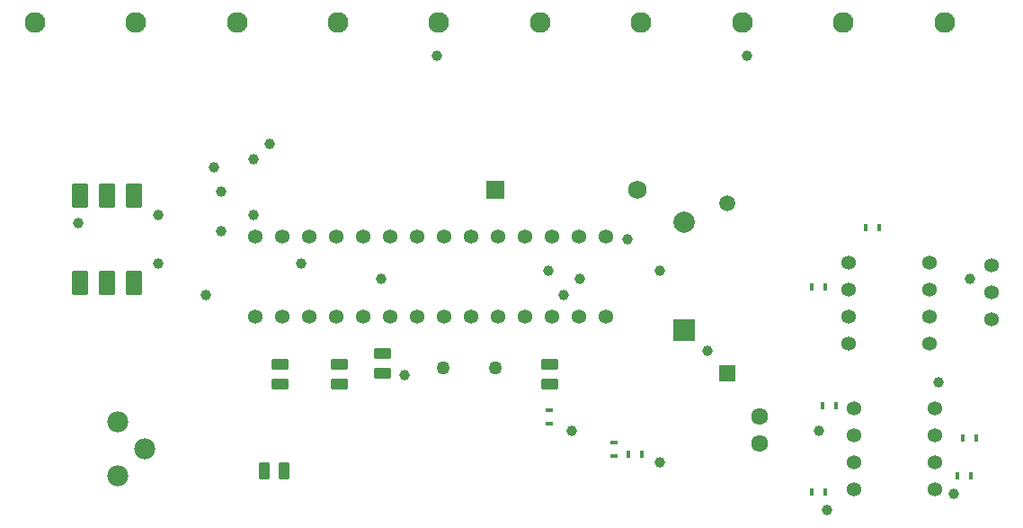
<source format=gts>
G04 Generated by Ultiboard 13.0 *
%FSLAX25Y25*%
%MOIN*%

%ADD10C,0.00001*%
%ADD11C,0.05337*%
%ADD12R,0.04668X0.02251*%
%ADD13C,0.01666*%
%ADD14C,0.05000*%
%ADD15R,0.07874X0.07874*%
%ADD16C,0.07874*%
%ADD17R,0.06900X0.06900*%
%ADD18C,0.06900*%
%ADD19C,0.05906*%
%ADD20R,0.05906X0.05906*%
%ADD21C,0.06334*%
%ADD22C,0.07834*%
%ADD23R,0.04251X0.07334*%
%ADD24R,0.01181X0.03150*%
%ADD25R,0.03150X0.01181*%
%ADD26R,0.02251X0.04668*%
%ADD27C,0.03937*%
%ADD28C,0.07699*%


G04 ColorRGB FF00CC for the following layer *
%LNSolder Mask Top*%
%LPD*%
G54D10*
G54D11*
X163000Y169039D03*
X173000Y169039D03*
X183000Y169039D03*
X193000Y169039D03*
X203000Y169039D03*
X213000Y169039D03*
X223000Y169039D03*
X233000Y169039D03*
X243000Y169039D03*
X253000Y169039D03*
X263000Y169039D03*
X273000Y169039D03*
X283000Y169039D03*
X293000Y169039D03*
X163000Y198961D03*
X173000Y198961D03*
X183000Y198961D03*
X193000Y198961D03*
X203000Y198961D03*
X213000Y198961D03*
X223000Y198961D03*
X233000Y198961D03*
X243000Y198961D03*
X253000Y198961D03*
X263000Y198961D03*
X273000Y198961D03*
X283000Y198961D03*
X293000Y198961D03*
X385039Y135000D03*
X414961Y125000D03*
X385039Y125000D03*
X385039Y115000D03*
X385039Y105000D03*
X414961Y135000D03*
X414961Y115000D03*
X414961Y105000D03*
X383039Y189000D03*
X412961Y169000D03*
X383039Y179000D03*
X383039Y169000D03*
X383039Y159000D03*
X412961Y189000D03*
X412961Y179000D03*
X412961Y159000D03*
X436000Y188000D03*
X436000Y178000D03*
X436000Y168000D03*
G54D12*
X272000Y151667D03*
X272000Y144333D03*
X194000Y151667D03*
X194000Y144333D03*
X172000Y151667D03*
X172000Y144333D03*
X210000Y148333D03*
X210000Y155667D03*
G54D13*
X269666Y150542D02*
X274334Y150542D01*
X274334Y152792D01*
X269666Y152792D01*
X269666Y150542D01*D02*
X269666Y143208D02*
X274334Y143208D01*
X274334Y145458D01*
X269666Y145458D01*
X269666Y143208D01*D02*
X191666Y150542D02*
X196334Y150542D01*
X196334Y152792D01*
X191666Y152792D01*
X191666Y150542D01*D02*
X191666Y143208D02*
X196334Y143208D01*
X196334Y145458D01*
X191666Y145458D01*
X191666Y143208D01*D02*
X169666Y150542D02*
X174334Y150542D01*
X174334Y152792D01*
X169666Y152792D01*
X169666Y150542D01*D02*
X169666Y143208D02*
X174334Y143208D01*
X174334Y145458D01*
X169666Y145458D01*
X169666Y143208D01*D02*
X207666Y147208D02*
X212334Y147208D01*
X212334Y149458D01*
X207666Y149458D01*
X207666Y147208D01*D02*
X207666Y154542D02*
X212334Y154542D01*
X212334Y156792D01*
X207666Y156792D01*
X207666Y154542D01*D02*
X95875Y178083D02*
X100125Y178083D01*
X100125Y185417D01*
X95875Y185417D01*
X95875Y178083D01*D02*
X95875Y210583D02*
X100125Y210583D01*
X100125Y217917D01*
X95875Y217917D01*
X95875Y210583D01*D02*
X105875Y210583D02*
X110125Y210583D01*
X110125Y217917D01*
X105875Y217917D01*
X105875Y210583D01*D02*
X115875Y210583D02*
X120125Y210583D01*
X120125Y217917D01*
X115875Y217917D01*
X115875Y210583D01*D02*
X115875Y178083D02*
X120125Y178083D01*
X120125Y185417D01*
X115875Y185417D01*
X115875Y178083D01*D02*
X105875Y178083D02*
X110125Y178083D01*
X110125Y185417D01*
X105875Y185417D01*
X105875Y178083D01*D02*
X172542Y109666D02*
X174792Y109666D01*
X174792Y114334D01*
X172542Y114334D01*
X172542Y109666D01*D02*
X165208Y109666D02*
X167458Y109666D01*
X167458Y114334D01*
X165208Y114334D01*
X165208Y109666D01*D02*
G54D14*
X252000Y150000D03*
X232833Y150000D03*
G54D15*
X322000Y164000D03*
G54D16*
X322000Y204000D03*
G54D17*
X252000Y216000D03*
G54D18*
X304756Y216000D03*
G54D19*
X338000Y210992D03*
G54D20*
X338000Y148000D03*
G54D21*
X350000Y122000D03*
X350000Y132000D03*
G54D22*
X122000Y120000D03*
X112000Y110000D03*
X112000Y130000D03*
G54D23*
X98000Y181750D03*
X98000Y214250D03*
X108000Y214250D03*
X118000Y214250D03*
X118000Y181750D03*
X108000Y181750D03*
G54D24*
X369443Y179999D03*
X374557Y180001D03*
X373443Y135999D03*
X378557Y136001D03*
X425443Y123999D03*
X430557Y124001D03*
X306557Y118001D03*
X301443Y117999D03*
X423443Y109999D03*
X428557Y110001D03*
X369443Y103999D03*
X374557Y104001D03*
X389443Y201999D03*
X394557Y202001D03*
G54D25*
X295999Y122557D03*
X296001Y117443D03*
X271999Y134557D03*
X272001Y129443D03*
G54D26*
X173667Y112000D03*
X166333Y112000D03*
G54D27*
X144685Y177165D03*
X283465Y183071D03*
X209646Y183071D03*
X277559Y177165D03*
X428150Y183071D03*
X218504Y147638D03*
X372047Y126969D03*
X126969Y188976D03*
X330709Y156496D03*
X301181Y197835D03*
X162402Y206693D03*
X150591Y200787D03*
X312992Y186024D03*
X271654Y186024D03*
X416339Y144685D03*
X422244Y103346D03*
X312992Y115157D03*
X280512Y126969D03*
X375000Y97441D03*
X150591Y215551D03*
X126969Y206693D03*
X97441Y203740D03*
X168307Y233268D03*
X180118Y188976D03*
X162402Y227362D03*
X147638Y224409D03*
X230315Y265748D03*
X345472Y265748D03*
G54D28*
X81339Y278000D03*
X118819Y278000D03*
X156299Y278000D03*
X193780Y278000D03*
X231260Y278000D03*
X268740Y278000D03*
X306220Y278000D03*
X343701Y278000D03*
X381181Y278000D03*
X418661Y278000D03*

M02*

</source>
